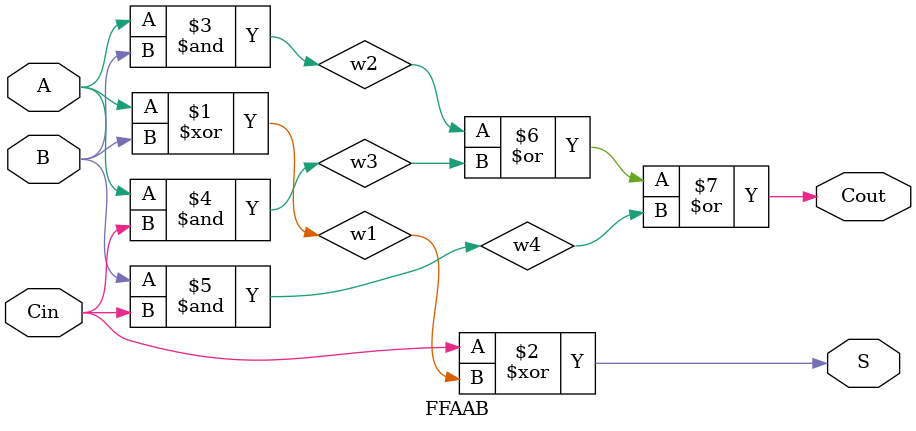
<source format=v>
module test_adder(NODEA,NODEB,NODEC);
  input [0:7] NODEA;
  input [0:7] NODEB;
  output [0:16] NODEC;

  reg [0:8] tmpout;
  reg [0:7] tmpoutB;

  always @(*) begin
    tmpout=NODEA+NODEB;
  end


  assign NODEC={tmpoutB,tmpout};


  blocka mootop (tmpoutB, NODEA[3:0], NODEB[3:0]);

endmodule


module blocka(P, A, B);
   output [7:0] P; // The 8-bit product.
   input [3:0] 	A; // The 4-bit multiplicand.
   input [3:0] 	B; // The 4-bit multiplier.

   wire [3:0] 	Augend0; // Input to first intermediate addition.
   wire [3:0] 	Addend0; // Input to first intermediate addition.
   wire [3:0] 	Sum0;    // First intermediate sum.
   wire 	Carry0;  // Carry output of first intermediate addition.
   wire [3:0] 	Addend1; // Input to second intermediate addition.
   wire [3:0] 	Augend1; // Input to second intermediate addition.
   wire [3:0] 	Sum1;    // Second intermediate sum.
   wire 	Carry1;  // Carry output of second intermediate addition.
   wire [3:0] 	Augend2; // Input to last addition.
   wire [3:0] 	Addend2; // Input to last addition.

   //
   // Augend0 = (A * B[0]) rshift 1
   //
   and(P[0], A[0], B[0]);        // Bit 0 goes straight to P.
   and(Augend0[0], A[1], B[0]);
   and(Augend0[1], A[2], B[0]);
   and(Augend0[2], A[3], B[0]);
   assign Augend0[3] = 0;

   //
   // Addend0 = A * B[1]
   //
   and(Addend0[0], A[0], B[1]);
   and(Addend0[1], A[1], B[1]);
   and(Addend0[2], A[2], B[1]);
   and(Addend0[3], A[3], B[1]);

   RCA rc0(Sum0, Carry0, Augend0, Addend0); // {Carry0, Sum0} = Augend0 + Addend0
   assign P[1] = Sum0[0];
   
   //
   // Augend1 = (Augend0 + Addend0) rshift 1
   //
   assign Augend1[0] = Sum0[1];
   assign Augend1[1] = Sum0[2];
   assign Augend1[2] = Sum0[3];
   assign Augend1[3] = Carry0;
   
   //
   // Addend1 = A * B[2]
   //
   and(Addend1[0], A[0], B[2]);
   and(Addend1[1], A[1], B[2]);
   and(Addend1[2], A[2], B[2]);
   and(Addend1[3], A[3], B[2]);

   RCA rc1(Sum1, Carry1, Augend1, Addend1); // {Carry1, Sum1} = Augend1 + Addend1
   assign P[2] = Sum1[0];
   
   //
   // Augend2 = (Augend1 + Addend1) rshift 1
   //
   assign Augend2[0] = Sum1[1];
   assign Augend2[1] = Sum1[2];
   assign Augend2[2] = Sum1[3];
   assign Augend2[3] = Carry1;
   
   //
   // Addend2 = A * B[3]
   //
   and(Addend2[0], A[0], B[3]);
   and(Addend2[1], A[1], B[3]);
   and(Addend2[2], A[2], B[3]);
   and(Addend2[3], A[3], B[3]);

   RCA rc2(P[6:3], P[7], Augend2, Addend2); // {P[7], P[6], P[5], P[5], P[3]} = Augend2 + Addend2
endmodule // multiplier

   
module RCA(S, C, A, B);
   output [3:0] S;  // The 4-bit sum.
   output 	C;  // The 1-bit carry.
   input [3:0] 	A;  // The 4-bit augend.
   input [3:0] 	B;  // The 4-bit addend.

   wire 	C0; // The carry out bit of fa0, the carry in bit of fa1.
   wire 	C1; // The carry out bit of fa1, the carry in bit of fa2.
   wire 	C2; // The carry out bit of fa2, the carry in bit of fa3.
	
   FFAAB fa0(S[0], C0, A[0], B[0], 0);    // Least significant bit.
   FFAAB fa1(S[1], C1, A[1], B[1], C0);
   FFAAB fa2(S[2], C2, A[2], B[2], C1);
   FFAAB fa3(S[3], C, A[3], B[3], C2);    // Most significant bit.
endmodule // RCA

module FFAAB(S, Cout, A, B, Cin);
   output S;
   output Cout;
   input  A;
   input  B;
   input  Cin;
   
   wire   w1;
   wire   w2;
   wire   w3;
   wire   w4;
   
   xor(w1, A, B);
   xor(S, Cin, w1);
   and(w2, A, B);   
   and(w3, A, Cin);
   and(w4, B, Cin);   
   or(Cout, w2, w3, w4);
endmodule // FFAAB
</source>
